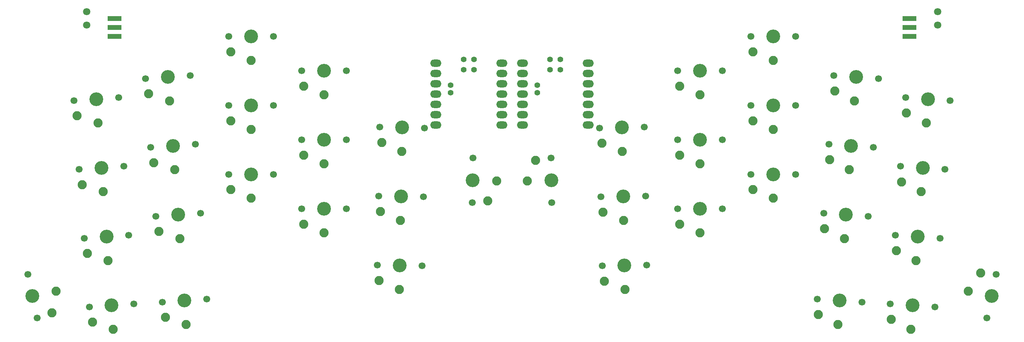
<source format=gts>
%TF.GenerationSoftware,KiCad,Pcbnew,9.0.2*%
%TF.CreationDate,2025-07-04T08:31:17-06:00*%
%TF.ProjectId,Orcus,4f726375-732e-46b6-9963-61645f706362,rev?*%
%TF.SameCoordinates,Original*%
%TF.FileFunction,Soldermask,Top*%
%TF.FilePolarity,Negative*%
%FSLAX46Y46*%
G04 Gerber Fmt 4.6, Leading zero omitted, Abs format (unit mm)*
G04 Created by KiCad (PCBNEW 9.0.2) date 2025-07-04 08:31:17*
%MOMM*%
%LPD*%
G01*
G04 APERTURE LIST*
%ADD10C,3.400000*%
%ADD11C,2.250000*%
%ADD12C,1.700000*%
%ADD13C,1.800000*%
%ADD14R,3.500000X1.200000*%
%ADD15O,2.750000X1.800000*%
%ADD16C,1.397000*%
G04 APERTURE END LIST*
D10*
%TO.C,SW30*%
X137980875Y-76221845D03*
D11*
X143879976Y-76324814D03*
X141693034Y-81287403D03*
D12*
X137884887Y-81721007D03*
X138076863Y-70722683D03*
%TD*%
D10*
%TO.C,SW6*%
X157340851Y-76221845D03*
D11*
X151441750Y-76324814D03*
X153454168Y-71288926D03*
D12*
X157244863Y-70722683D03*
X157436839Y-81721007D03*
%TD*%
D10*
%TO.C,SW25*%
X46569932Y-73127394D03*
D11*
X46981495Y-79013022D03*
X41847186Y-77266920D03*
D12*
X41083330Y-73511055D03*
X52056534Y-72743733D03*
%TD*%
D10*
%TO.C,SW24*%
X120623220Y-63184147D03*
D11*
X120520251Y-69083248D03*
X115557662Y-66896306D03*
D12*
X115124058Y-63088159D03*
X126122382Y-63280135D03*
%TD*%
D10*
%TO.C,SW38*%
X67037316Y-105858711D03*
D11*
X67448879Y-111744339D03*
X62314570Y-109998237D03*
D12*
X61550714Y-106242372D03*
X72523918Y-105475050D03*
%TD*%
D10*
%TO.C,SW16*%
X247496179Y-90085982D03*
D11*
X247084616Y-95971610D03*
X242243284Y-93527943D03*
D12*
X242009577Y-89702321D03*
X252982781Y-90469643D03*
%TD*%
D10*
%TO.C,SW32*%
X65467797Y-84660476D03*
D11*
X65879360Y-90546104D03*
X60745051Y-88800002D03*
D12*
X59981195Y-85044137D03*
X70954399Y-84276815D03*
%TD*%
D10*
%TO.C,SW3*%
X211921726Y-40713642D03*
D11*
X211921726Y-46613642D03*
X206921726Y-44513642D03*
D12*
X206421726Y-40713642D03*
X217421726Y-40713642D03*
%TD*%
D10*
%TO.C,SW15*%
X229853929Y-84660476D03*
D11*
X229442366Y-90546104D03*
X224601034Y-88102437D03*
D12*
X224367327Y-84276815D03*
X235340531Y-85044137D03*
%TD*%
D10*
%TO.C,SW13*%
X193921726Y-83213642D03*
D11*
X193921726Y-89113642D03*
X188921726Y-87013642D03*
D12*
X188421726Y-83213642D03*
X199421726Y-83213642D03*
%TD*%
D10*
%TO.C,SW37*%
X49081164Y-107044572D03*
D11*
X49492727Y-112930200D03*
X44358418Y-111184098D03*
D12*
X43594562Y-107428233D03*
X54567766Y-106660911D03*
%TD*%
D10*
%TO.C,SW18*%
X246240562Y-107044572D03*
D11*
X245828999Y-112930200D03*
X240987667Y-110486533D03*
D12*
X240753960Y-106660911D03*
X251727164Y-107428233D03*
%TD*%
D10*
%TO.C,SW2*%
X193921726Y-49213642D03*
D11*
X193921726Y-55113642D03*
X188921726Y-53013642D03*
D12*
X188421726Y-49213642D03*
X199421726Y-49213642D03*
%TD*%
D10*
%TO.C,SW21*%
X62956563Y-50743298D03*
D11*
X63368126Y-56628926D03*
X58233817Y-54882824D03*
D12*
X57469961Y-51126959D03*
X68443165Y-50359637D03*
%TD*%
D10*
%TO.C,SW8*%
X193921726Y-66213642D03*
D11*
X193921726Y-72113642D03*
X188921726Y-70013642D03*
D12*
X188421726Y-66213642D03*
X199421726Y-66213642D03*
%TD*%
D10*
%TO.C,SW19*%
X265707378Y-104743616D03*
D11*
X259936307Y-103516937D03*
X263029976Y-99062814D03*
D12*
X266850892Y-99363804D03*
X264563864Y-110123428D03*
%TD*%
D10*
%TO.C,SW20*%
X45314315Y-56168804D03*
D11*
X45725878Y-62054432D03*
X40591569Y-60308330D03*
D12*
X39827713Y-56552465D03*
X50800917Y-55785143D03*
%TD*%
D10*
%TO.C,SW23*%
X101400000Y-49213642D03*
D11*
X101400000Y-55113642D03*
X96400000Y-53013642D03*
D12*
X95900000Y-49213642D03*
X106900000Y-49213642D03*
%TD*%
D10*
%TO.C,SW34*%
X101400000Y-83213642D03*
D11*
X101400000Y-89113642D03*
X96400000Y-87013642D03*
D12*
X95900000Y-83213642D03*
X106900000Y-83213642D03*
%TD*%
D10*
%TO.C,SW12*%
X175326791Y-97178968D03*
D11*
X175429760Y-103078069D03*
X170393872Y-101065651D03*
D12*
X169827629Y-97274956D03*
X180825953Y-97082980D03*
%TD*%
D10*
%TO.C,SW35*%
X119994934Y-97178968D03*
D11*
X119891965Y-103078069D03*
X114929376Y-100891127D03*
D12*
X114495772Y-97082980D03*
X125494096Y-97274956D03*
%TD*%
D10*
%TO.C,SW31*%
X47825547Y-90085982D03*
D11*
X48237110Y-95971610D03*
X43102801Y-94225508D03*
D12*
X42338945Y-90469643D03*
X53312149Y-89702321D03*
%TD*%
D10*
%TO.C,SW14*%
X211921726Y-74713642D03*
D11*
X211921726Y-80613642D03*
X206921726Y-78513642D03*
D12*
X206421726Y-74713642D03*
X217421726Y-74713642D03*
%TD*%
D10*
%TO.C,SW28*%
X101400000Y-66213642D03*
D11*
X101400000Y-72113642D03*
X96400000Y-70013642D03*
D12*
X95900000Y-66213642D03*
X106900000Y-66213642D03*
%TD*%
D10*
%TO.C,SW1*%
X174698505Y-63184147D03*
D11*
X174801474Y-69083248D03*
X169765586Y-67070830D03*
D12*
X169199343Y-63280135D03*
X180197667Y-63088159D03*
%TD*%
D10*
%TO.C,SW27*%
X83400000Y-57713642D03*
D11*
X83400000Y-63613642D03*
X78400000Y-61513642D03*
D12*
X77900000Y-57713642D03*
X88900000Y-57713642D03*
%TD*%
D10*
%TO.C,SW7*%
X175012648Y-80181557D03*
D11*
X175115617Y-86080658D03*
X170079729Y-84068240D03*
D12*
X169513486Y-80277545D03*
X180511810Y-80085569D03*
%TD*%
D10*
%TO.C,SW33*%
X83400000Y-74713642D03*
D11*
X83400000Y-80613642D03*
X78400000Y-78513642D03*
D12*
X77900000Y-74713642D03*
X88900000Y-74713642D03*
%TD*%
D10*
%TO.C,SW10*%
X231109546Y-67701887D03*
D11*
X230697983Y-73587515D03*
X225856651Y-71143848D03*
D12*
X225622944Y-67318226D03*
X236596148Y-68085548D03*
%TD*%
D10*
%TO.C,SW11*%
X248751794Y-73127394D03*
D11*
X248340231Y-79013022D03*
X243498899Y-76569355D03*
D12*
X243265192Y-72743733D03*
X254238396Y-73511055D03*
%TD*%
D10*
%TO.C,SW26*%
X64212180Y-67701887D03*
D11*
X64623743Y-73587515D03*
X59489434Y-71841413D03*
D12*
X58725578Y-68085548D03*
X69698782Y-67318226D03*
%TD*%
D10*
%TO.C,SW29*%
X120309077Y-80181557D03*
D11*
X120206108Y-86080658D03*
X115243519Y-83893716D03*
D12*
X114809915Y-80085569D03*
X125808239Y-80277545D03*
%TD*%
D10*
%TO.C,SW17*%
X228284410Y-105858711D03*
D11*
X227872847Y-111744339D03*
X223031515Y-109300672D03*
D12*
X222797808Y-105475050D03*
X233771012Y-106242372D03*
%TD*%
D10*
%TO.C,SW5*%
X250007411Y-56168804D03*
D11*
X249595848Y-62054432D03*
X244754516Y-59610765D03*
D12*
X244520809Y-55785143D03*
X255494013Y-56552465D03*
%TD*%
D10*
%TO.C,SW9*%
X211921726Y-57713642D03*
D11*
X211921726Y-63613642D03*
X206921726Y-61513642D03*
D12*
X206421726Y-57713642D03*
X217421726Y-57713642D03*
%TD*%
D10*
%TO.C,SW22*%
X83400000Y-40713642D03*
D11*
X83400000Y-46613642D03*
X78400000Y-44513642D03*
D12*
X77900000Y-40713642D03*
X88900000Y-40713642D03*
%TD*%
D10*
%TO.C,SW4*%
X232365163Y-50743298D03*
D11*
X231953600Y-56628926D03*
X227112268Y-54185259D03*
D12*
X226878561Y-50359637D03*
X237851765Y-51126959D03*
%TD*%
D10*
%TO.C,SW36*%
X29614348Y-104743616D03*
D11*
X35385419Y-103516937D03*
X34370867Y-108844290D03*
D12*
X30757862Y-110123428D03*
X28470834Y-99363804D03*
%TD*%
D13*
%TO.C,-*%
X252386588Y-34638642D03*
%TD*%
D14*
%TO.C,J5*%
X245491588Y-36333642D03*
X245491588Y-38533642D03*
X245491588Y-40733642D03*
%TD*%
D13*
%TO.C,+*%
X42935138Y-37888642D03*
%TD*%
D14*
%TO.C,J6*%
X49830138Y-40733642D03*
X49830138Y-38533642D03*
X49830138Y-36333642D03*
%TD*%
D15*
%TO.C,U3*%
X150215863Y-47318642D03*
X150215863Y-49858642D03*
X150215863Y-52398642D03*
X150215863Y-54938642D03*
X150215863Y-57478642D03*
X150215863Y-60018642D03*
X150215863Y-62558642D03*
X166405863Y-62558642D03*
X166405863Y-60018642D03*
X166405863Y-57478642D03*
X166405863Y-54938642D03*
X166405863Y-52398642D03*
X166405863Y-49858642D03*
X166405863Y-47318642D03*
D16*
X153865863Y-54621642D03*
X153865863Y-52716642D03*
X157040863Y-46366642D03*
X159580863Y-46366642D03*
X157040863Y-48906642D03*
X159580863Y-48906642D03*
%TD*%
D15*
%TO.C,U1*%
X128915863Y-47318642D03*
X128915863Y-49858642D03*
X128915863Y-52398642D03*
X128915863Y-54938642D03*
X128915863Y-57478642D03*
X128915863Y-60018642D03*
X128915863Y-62558642D03*
X145105863Y-62558642D03*
X145105863Y-60018642D03*
X145105863Y-57478642D03*
X145105863Y-54938642D03*
X145105863Y-52398642D03*
X145105863Y-49858642D03*
X145105863Y-47318642D03*
D16*
X132565863Y-54621642D03*
X132565863Y-52716642D03*
X135740863Y-46366642D03*
X138280863Y-46366642D03*
X135740863Y-48906642D03*
X138280863Y-48906642D03*
%TD*%
D13*
%TO.C,-*%
X42935138Y-34638642D03*
%TD*%
%TO.C,+*%
X252386588Y-37888642D03*
%TD*%
M02*

</source>
